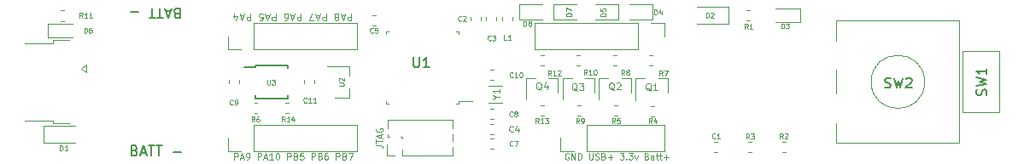
<source format=gbr>
G04 #@! TF.GenerationSoftware,KiCad,Pcbnew,(5.1.4-0-10_14)*
G04 #@! TF.CreationDate,2019-09-17T09:12:07-07:00*
G04 #@! TF.ProjectId,STM32L0xx_18650,53544d33-324c-4307-9878-5f3138363530,rev?*
G04 #@! TF.SameCoordinates,Original*
G04 #@! TF.FileFunction,Legend,Top*
G04 #@! TF.FilePolarity,Positive*
%FSLAX46Y46*%
G04 Gerber Fmt 4.6, Leading zero omitted, Abs format (unit mm)*
G04 Created by KiCad (PCBNEW (5.1.4-0-10_14)) date 2019-09-17 09:12:07*
%MOMM*%
%LPD*%
G04 APERTURE LIST*
%ADD10C,0.200000*%
%ADD11C,0.100000*%
%ADD12C,0.150000*%
%ADD13C,0.120000*%
G04 APERTURE END LIST*
D10*
X73319047Y-93171428D02*
X73176190Y-93123809D01*
X73128571Y-93076190D01*
X73080952Y-92980952D01*
X73080952Y-92838095D01*
X73128571Y-92742857D01*
X73176190Y-92695238D01*
X73271428Y-92647619D01*
X73652380Y-92647619D01*
X73652380Y-93647619D01*
X73319047Y-93647619D01*
X73223809Y-93600000D01*
X73176190Y-93552380D01*
X73128571Y-93457142D01*
X73128571Y-93361904D01*
X73176190Y-93266666D01*
X73223809Y-93219047D01*
X73319047Y-93171428D01*
X73652380Y-93171428D01*
X72700000Y-92933333D02*
X72223809Y-92933333D01*
X72795238Y-92647619D02*
X72461904Y-93647619D01*
X72128571Y-92647619D01*
X71938095Y-93647619D02*
X71366666Y-93647619D01*
X71652380Y-92647619D02*
X71652380Y-93647619D01*
X71176190Y-93647619D02*
X70604761Y-93647619D01*
X70890476Y-92647619D02*
X70890476Y-93647619D01*
X69509523Y-93028571D02*
X68747619Y-93028571D01*
X69130952Y-106828571D02*
X69273809Y-106876190D01*
X69321428Y-106923809D01*
X69369047Y-107019047D01*
X69369047Y-107161904D01*
X69321428Y-107257142D01*
X69273809Y-107304761D01*
X69178571Y-107352380D01*
X68797619Y-107352380D01*
X68797619Y-106352380D01*
X69130952Y-106352380D01*
X69226190Y-106400000D01*
X69273809Y-106447619D01*
X69321428Y-106542857D01*
X69321428Y-106638095D01*
X69273809Y-106733333D01*
X69226190Y-106780952D01*
X69130952Y-106828571D01*
X68797619Y-106828571D01*
X69750000Y-107066666D02*
X70226190Y-107066666D01*
X69654761Y-107352380D02*
X69988095Y-106352380D01*
X70321428Y-107352380D01*
X70511904Y-106352380D02*
X71083333Y-106352380D01*
X70797619Y-107352380D02*
X70797619Y-106352380D01*
X71273809Y-106352380D02*
X71845238Y-106352380D01*
X71559523Y-107352380D02*
X71559523Y-106352380D01*
X72940476Y-106971428D02*
X73702380Y-106971428D01*
D11*
X112152380Y-107140000D02*
X112093333Y-107110476D01*
X112004761Y-107110476D01*
X111916190Y-107140000D01*
X111857142Y-107199047D01*
X111827619Y-107258095D01*
X111798095Y-107376190D01*
X111798095Y-107464761D01*
X111827619Y-107582857D01*
X111857142Y-107641904D01*
X111916190Y-107700952D01*
X112004761Y-107730476D01*
X112063809Y-107730476D01*
X112152380Y-107700952D01*
X112181904Y-107671428D01*
X112181904Y-107464761D01*
X112063809Y-107464761D01*
X112447619Y-107730476D02*
X112447619Y-107110476D01*
X112801904Y-107730476D01*
X112801904Y-107110476D01*
X113097142Y-107730476D02*
X113097142Y-107110476D01*
X113244761Y-107110476D01*
X113333333Y-107140000D01*
X113392380Y-107199047D01*
X113421904Y-107258095D01*
X113451428Y-107376190D01*
X113451428Y-107464761D01*
X113421904Y-107582857D01*
X113392380Y-107641904D01*
X113333333Y-107700952D01*
X113244761Y-107730476D01*
X113097142Y-107730476D01*
X114189523Y-107110476D02*
X114189523Y-107612380D01*
X114219047Y-107671428D01*
X114248571Y-107700952D01*
X114307619Y-107730476D01*
X114425714Y-107730476D01*
X114484761Y-107700952D01*
X114514285Y-107671428D01*
X114543809Y-107612380D01*
X114543809Y-107110476D01*
X114809523Y-107700952D02*
X114898095Y-107730476D01*
X115045714Y-107730476D01*
X115104761Y-107700952D01*
X115134285Y-107671428D01*
X115163809Y-107612380D01*
X115163809Y-107553333D01*
X115134285Y-107494285D01*
X115104761Y-107464761D01*
X115045714Y-107435238D01*
X114927619Y-107405714D01*
X114868571Y-107376190D01*
X114839047Y-107346666D01*
X114809523Y-107287619D01*
X114809523Y-107228571D01*
X114839047Y-107169523D01*
X114868571Y-107140000D01*
X114927619Y-107110476D01*
X115075238Y-107110476D01*
X115163809Y-107140000D01*
X115636190Y-107405714D02*
X115724761Y-107435238D01*
X115754285Y-107464761D01*
X115783809Y-107523809D01*
X115783809Y-107612380D01*
X115754285Y-107671428D01*
X115724761Y-107700952D01*
X115665714Y-107730476D01*
X115429523Y-107730476D01*
X115429523Y-107110476D01*
X115636190Y-107110476D01*
X115695238Y-107140000D01*
X115724761Y-107169523D01*
X115754285Y-107228571D01*
X115754285Y-107287619D01*
X115724761Y-107346666D01*
X115695238Y-107376190D01*
X115636190Y-107405714D01*
X115429523Y-107405714D01*
X116049523Y-107494285D02*
X116521904Y-107494285D01*
X116285714Y-107730476D02*
X116285714Y-107258095D01*
X117230476Y-107110476D02*
X117614285Y-107110476D01*
X117407619Y-107346666D01*
X117496190Y-107346666D01*
X117555238Y-107376190D01*
X117584761Y-107405714D01*
X117614285Y-107464761D01*
X117614285Y-107612380D01*
X117584761Y-107671428D01*
X117555238Y-107700952D01*
X117496190Y-107730476D01*
X117319047Y-107730476D01*
X117260000Y-107700952D01*
X117230476Y-107671428D01*
X117880000Y-107671428D02*
X117909523Y-107700952D01*
X117880000Y-107730476D01*
X117850476Y-107700952D01*
X117880000Y-107671428D01*
X117880000Y-107730476D01*
X118116190Y-107110476D02*
X118500000Y-107110476D01*
X118293333Y-107346666D01*
X118381904Y-107346666D01*
X118440952Y-107376190D01*
X118470476Y-107405714D01*
X118500000Y-107464761D01*
X118500000Y-107612380D01*
X118470476Y-107671428D01*
X118440952Y-107700952D01*
X118381904Y-107730476D01*
X118204761Y-107730476D01*
X118145714Y-107700952D01*
X118116190Y-107671428D01*
X118706666Y-107317142D02*
X118854285Y-107730476D01*
X119001904Y-107317142D01*
X119917142Y-107405714D02*
X120005714Y-107435238D01*
X120035238Y-107464761D01*
X120064761Y-107523809D01*
X120064761Y-107612380D01*
X120035238Y-107671428D01*
X120005714Y-107700952D01*
X119946666Y-107730476D01*
X119710476Y-107730476D01*
X119710476Y-107110476D01*
X119917142Y-107110476D01*
X119976190Y-107140000D01*
X120005714Y-107169523D01*
X120035238Y-107228571D01*
X120035238Y-107287619D01*
X120005714Y-107346666D01*
X119976190Y-107376190D01*
X119917142Y-107405714D01*
X119710476Y-107405714D01*
X120596190Y-107730476D02*
X120596190Y-107405714D01*
X120566666Y-107346666D01*
X120507619Y-107317142D01*
X120389523Y-107317142D01*
X120330476Y-107346666D01*
X120596190Y-107700952D02*
X120537142Y-107730476D01*
X120389523Y-107730476D01*
X120330476Y-107700952D01*
X120300952Y-107641904D01*
X120300952Y-107582857D01*
X120330476Y-107523809D01*
X120389523Y-107494285D01*
X120537142Y-107494285D01*
X120596190Y-107464761D01*
X120802857Y-107317142D02*
X121039047Y-107317142D01*
X120891428Y-107110476D02*
X120891428Y-107641904D01*
X120920952Y-107700952D01*
X120980000Y-107730476D01*
X121039047Y-107730476D01*
X121157142Y-107317142D02*
X121393333Y-107317142D01*
X121245714Y-107110476D02*
X121245714Y-107641904D01*
X121275238Y-107700952D01*
X121334285Y-107730476D01*
X121393333Y-107730476D01*
X121600000Y-107494285D02*
X122072380Y-107494285D01*
X121836190Y-107730476D02*
X121836190Y-107258095D01*
X90616666Y-93205952D02*
X90616666Y-93855952D01*
X90350000Y-93855952D01*
X90283333Y-93825000D01*
X90250000Y-93794047D01*
X90216666Y-93732142D01*
X90216666Y-93639285D01*
X90250000Y-93577380D01*
X90283333Y-93546428D01*
X90350000Y-93515476D01*
X90616666Y-93515476D01*
X89950000Y-93391666D02*
X89616666Y-93391666D01*
X90016666Y-93205952D02*
X89783333Y-93855952D01*
X89550000Y-93205952D01*
X89216666Y-93577380D02*
X89283333Y-93608333D01*
X89316666Y-93639285D01*
X89350000Y-93701190D01*
X89350000Y-93732142D01*
X89316666Y-93794047D01*
X89283333Y-93825000D01*
X89216666Y-93855952D01*
X89083333Y-93855952D01*
X89016666Y-93825000D01*
X88983333Y-93794047D01*
X88950000Y-93732142D01*
X88950000Y-93701190D01*
X88983333Y-93639285D01*
X89016666Y-93608333D01*
X89083333Y-93577380D01*
X89216666Y-93577380D01*
X89283333Y-93546428D01*
X89316666Y-93515476D01*
X89350000Y-93453571D01*
X89350000Y-93329761D01*
X89316666Y-93267857D01*
X89283333Y-93236904D01*
X89216666Y-93205952D01*
X89083333Y-93205952D01*
X89016666Y-93236904D01*
X88983333Y-93267857D01*
X88950000Y-93329761D01*
X88950000Y-93453571D01*
X88983333Y-93515476D01*
X89016666Y-93546428D01*
X89083333Y-93577380D01*
X88116666Y-93205952D02*
X88116666Y-93855952D01*
X87850000Y-93855952D01*
X87783333Y-93825000D01*
X87750000Y-93794047D01*
X87716666Y-93732142D01*
X87716666Y-93639285D01*
X87750000Y-93577380D01*
X87783333Y-93546428D01*
X87850000Y-93515476D01*
X88116666Y-93515476D01*
X87450000Y-93391666D02*
X87116666Y-93391666D01*
X87516666Y-93205952D02*
X87283333Y-93855952D01*
X87050000Y-93205952D01*
X86883333Y-93855952D02*
X86416666Y-93855952D01*
X86716666Y-93205952D01*
X85616666Y-93205952D02*
X85616666Y-93855952D01*
X85350000Y-93855952D01*
X85283333Y-93825000D01*
X85250000Y-93794047D01*
X85216666Y-93732142D01*
X85216666Y-93639285D01*
X85250000Y-93577380D01*
X85283333Y-93546428D01*
X85350000Y-93515476D01*
X85616666Y-93515476D01*
X84950000Y-93391666D02*
X84616666Y-93391666D01*
X85016666Y-93205952D02*
X84783333Y-93855952D01*
X84550000Y-93205952D01*
X84016666Y-93855952D02*
X84150000Y-93855952D01*
X84216666Y-93825000D01*
X84250000Y-93794047D01*
X84316666Y-93701190D01*
X84350000Y-93577380D01*
X84350000Y-93329761D01*
X84316666Y-93267857D01*
X84283333Y-93236904D01*
X84216666Y-93205952D01*
X84083333Y-93205952D01*
X84016666Y-93236904D01*
X83983333Y-93267857D01*
X83950000Y-93329761D01*
X83950000Y-93484523D01*
X83983333Y-93546428D01*
X84016666Y-93577380D01*
X84083333Y-93608333D01*
X84216666Y-93608333D01*
X84283333Y-93577380D01*
X84316666Y-93546428D01*
X84350000Y-93484523D01*
X83116666Y-93205952D02*
X83116666Y-93855952D01*
X82850000Y-93855952D01*
X82783333Y-93825000D01*
X82750000Y-93794047D01*
X82716666Y-93732142D01*
X82716666Y-93639285D01*
X82750000Y-93577380D01*
X82783333Y-93546428D01*
X82850000Y-93515476D01*
X83116666Y-93515476D01*
X82450000Y-93391666D02*
X82116666Y-93391666D01*
X82516666Y-93205952D02*
X82283333Y-93855952D01*
X82050000Y-93205952D01*
X81483333Y-93855952D02*
X81816666Y-93855952D01*
X81850000Y-93546428D01*
X81816666Y-93577380D01*
X81750000Y-93608333D01*
X81583333Y-93608333D01*
X81516666Y-93577380D01*
X81483333Y-93546428D01*
X81450000Y-93484523D01*
X81450000Y-93329761D01*
X81483333Y-93267857D01*
X81516666Y-93236904D01*
X81583333Y-93205952D01*
X81750000Y-93205952D01*
X81816666Y-93236904D01*
X81850000Y-93267857D01*
X80616666Y-93205952D02*
X80616666Y-93855952D01*
X80350000Y-93855952D01*
X80283333Y-93825000D01*
X80250000Y-93794047D01*
X80216666Y-93732142D01*
X80216666Y-93639285D01*
X80250000Y-93577380D01*
X80283333Y-93546428D01*
X80350000Y-93515476D01*
X80616666Y-93515476D01*
X79950000Y-93391666D02*
X79616666Y-93391666D01*
X80016666Y-93205952D02*
X79783333Y-93855952D01*
X79550000Y-93205952D01*
X79016666Y-93639285D02*
X79016666Y-93205952D01*
X79183333Y-93886904D02*
X79350000Y-93422619D01*
X78916666Y-93422619D01*
X79000000Y-107744047D02*
X79000000Y-107094047D01*
X79247619Y-107094047D01*
X79309523Y-107125000D01*
X79340476Y-107155952D01*
X79371428Y-107217857D01*
X79371428Y-107310714D01*
X79340476Y-107372619D01*
X79309523Y-107403571D01*
X79247619Y-107434523D01*
X79000000Y-107434523D01*
X79619047Y-107558333D02*
X79928571Y-107558333D01*
X79557142Y-107744047D02*
X79773809Y-107094047D01*
X79990476Y-107744047D01*
X80238095Y-107744047D02*
X80361904Y-107744047D01*
X80423809Y-107713095D01*
X80454761Y-107682142D01*
X80516666Y-107589285D01*
X80547619Y-107465476D01*
X80547619Y-107217857D01*
X80516666Y-107155952D01*
X80485714Y-107125000D01*
X80423809Y-107094047D01*
X80300000Y-107094047D01*
X80238095Y-107125000D01*
X80207142Y-107155952D01*
X80176190Y-107217857D01*
X80176190Y-107372619D01*
X80207142Y-107434523D01*
X80238095Y-107465476D01*
X80300000Y-107496428D01*
X80423809Y-107496428D01*
X80485714Y-107465476D01*
X80516666Y-107434523D01*
X80547619Y-107372619D01*
X81321428Y-107744047D02*
X81321428Y-107094047D01*
X81569047Y-107094047D01*
X81630952Y-107125000D01*
X81661904Y-107155952D01*
X81692857Y-107217857D01*
X81692857Y-107310714D01*
X81661904Y-107372619D01*
X81630952Y-107403571D01*
X81569047Y-107434523D01*
X81321428Y-107434523D01*
X81940476Y-107558333D02*
X82250000Y-107558333D01*
X81878571Y-107744047D02*
X82095238Y-107094047D01*
X82311904Y-107744047D01*
X82869047Y-107744047D02*
X82497619Y-107744047D01*
X82683333Y-107744047D02*
X82683333Y-107094047D01*
X82621428Y-107186904D01*
X82559523Y-107248809D01*
X82497619Y-107279761D01*
X83271428Y-107094047D02*
X83333333Y-107094047D01*
X83395238Y-107125000D01*
X83426190Y-107155952D01*
X83457142Y-107217857D01*
X83488095Y-107341666D01*
X83488095Y-107496428D01*
X83457142Y-107620238D01*
X83426190Y-107682142D01*
X83395238Y-107713095D01*
X83333333Y-107744047D01*
X83271428Y-107744047D01*
X83209523Y-107713095D01*
X83178571Y-107682142D01*
X83147619Y-107620238D01*
X83116666Y-107496428D01*
X83116666Y-107341666D01*
X83147619Y-107217857D01*
X83178571Y-107155952D01*
X83209523Y-107125000D01*
X83271428Y-107094047D01*
X84261904Y-107744047D02*
X84261904Y-107094047D01*
X84509523Y-107094047D01*
X84571428Y-107125000D01*
X84602380Y-107155952D01*
X84633333Y-107217857D01*
X84633333Y-107310714D01*
X84602380Y-107372619D01*
X84571428Y-107403571D01*
X84509523Y-107434523D01*
X84261904Y-107434523D01*
X85128571Y-107403571D02*
X85221428Y-107434523D01*
X85252380Y-107465476D01*
X85283333Y-107527380D01*
X85283333Y-107620238D01*
X85252380Y-107682142D01*
X85221428Y-107713095D01*
X85159523Y-107744047D01*
X84911904Y-107744047D01*
X84911904Y-107094047D01*
X85128571Y-107094047D01*
X85190476Y-107125000D01*
X85221428Y-107155952D01*
X85252380Y-107217857D01*
X85252380Y-107279761D01*
X85221428Y-107341666D01*
X85190476Y-107372619D01*
X85128571Y-107403571D01*
X84911904Y-107403571D01*
X85871428Y-107094047D02*
X85561904Y-107094047D01*
X85530952Y-107403571D01*
X85561904Y-107372619D01*
X85623809Y-107341666D01*
X85778571Y-107341666D01*
X85840476Y-107372619D01*
X85871428Y-107403571D01*
X85902380Y-107465476D01*
X85902380Y-107620238D01*
X85871428Y-107682142D01*
X85840476Y-107713095D01*
X85778571Y-107744047D01*
X85623809Y-107744047D01*
X85561904Y-107713095D01*
X85530952Y-107682142D01*
X86676190Y-107744047D02*
X86676190Y-107094047D01*
X86923809Y-107094047D01*
X86985714Y-107125000D01*
X87016666Y-107155952D01*
X87047619Y-107217857D01*
X87047619Y-107310714D01*
X87016666Y-107372619D01*
X86985714Y-107403571D01*
X86923809Y-107434523D01*
X86676190Y-107434523D01*
X87542857Y-107403571D02*
X87635714Y-107434523D01*
X87666666Y-107465476D01*
X87697619Y-107527380D01*
X87697619Y-107620238D01*
X87666666Y-107682142D01*
X87635714Y-107713095D01*
X87573809Y-107744047D01*
X87326190Y-107744047D01*
X87326190Y-107094047D01*
X87542857Y-107094047D01*
X87604761Y-107125000D01*
X87635714Y-107155952D01*
X87666666Y-107217857D01*
X87666666Y-107279761D01*
X87635714Y-107341666D01*
X87604761Y-107372619D01*
X87542857Y-107403571D01*
X87326190Y-107403571D01*
X88254761Y-107094047D02*
X88130952Y-107094047D01*
X88069047Y-107125000D01*
X88038095Y-107155952D01*
X87976190Y-107248809D01*
X87945238Y-107372619D01*
X87945238Y-107620238D01*
X87976190Y-107682142D01*
X88007142Y-107713095D01*
X88069047Y-107744047D01*
X88192857Y-107744047D01*
X88254761Y-107713095D01*
X88285714Y-107682142D01*
X88316666Y-107620238D01*
X88316666Y-107465476D01*
X88285714Y-107403571D01*
X88254761Y-107372619D01*
X88192857Y-107341666D01*
X88069047Y-107341666D01*
X88007142Y-107372619D01*
X87976190Y-107403571D01*
X87945238Y-107465476D01*
X89090476Y-107744047D02*
X89090476Y-107094047D01*
X89338095Y-107094047D01*
X89400000Y-107125000D01*
X89430952Y-107155952D01*
X89461904Y-107217857D01*
X89461904Y-107310714D01*
X89430952Y-107372619D01*
X89400000Y-107403571D01*
X89338095Y-107434523D01*
X89090476Y-107434523D01*
X89957142Y-107403571D02*
X90050000Y-107434523D01*
X90080952Y-107465476D01*
X90111904Y-107527380D01*
X90111904Y-107620238D01*
X90080952Y-107682142D01*
X90050000Y-107713095D01*
X89988095Y-107744047D01*
X89740476Y-107744047D01*
X89740476Y-107094047D01*
X89957142Y-107094047D01*
X90019047Y-107125000D01*
X90050000Y-107155952D01*
X90080952Y-107217857D01*
X90080952Y-107279761D01*
X90050000Y-107341666D01*
X90019047Y-107372619D01*
X89957142Y-107403571D01*
X89740476Y-107403571D01*
X90328571Y-107094047D02*
X90761904Y-107094047D01*
X90483333Y-107744047D01*
X93069047Y-106333333D02*
X93533333Y-106333333D01*
X93626190Y-106364285D01*
X93688095Y-106426190D01*
X93719047Y-106519047D01*
X93719047Y-106580952D01*
X93069047Y-106116666D02*
X93069047Y-105745238D01*
X93719047Y-105930952D02*
X93069047Y-105930952D01*
X93533333Y-105559523D02*
X93533333Y-105250000D01*
X93719047Y-105621428D02*
X93069047Y-105404761D01*
X93719047Y-105188095D01*
X93100000Y-104630952D02*
X93069047Y-104692857D01*
X93069047Y-104785714D01*
X93100000Y-104878571D01*
X93161904Y-104940476D01*
X93223809Y-104971428D01*
X93347619Y-105002380D01*
X93440476Y-105002380D01*
X93564285Y-104971428D01*
X93626190Y-104940476D01*
X93688095Y-104878571D01*
X93719047Y-104785714D01*
X93719047Y-104723809D01*
X93688095Y-104630952D01*
X93657142Y-104600000D01*
X93440476Y-104600000D01*
X93440476Y-104723809D01*
D12*
X81075000Y-98550000D02*
X80000000Y-98550000D01*
X81075000Y-101625000D02*
X84325000Y-101625000D01*
X81075000Y-98375000D02*
X84325000Y-98375000D01*
X81075000Y-101625000D02*
X81075000Y-101350000D01*
X84325000Y-101625000D02*
X84325000Y-101350000D01*
X84325000Y-98375000D02*
X84325000Y-98650000D01*
X81075000Y-98375000D02*
X81075000Y-98550000D01*
D13*
X86960000Y-99837221D02*
X86960000Y-100162779D01*
X85940000Y-99837221D02*
X85940000Y-100162779D01*
X81312779Y-102090000D02*
X80987221Y-102090000D01*
X81312779Y-103110000D02*
X80987221Y-103110000D01*
X63865000Y-98675000D02*
X64315000Y-98275000D01*
X64315000Y-98275000D02*
X64315000Y-99075000D01*
X64315000Y-99075000D02*
X63865000Y-98675000D01*
X58265000Y-103825000D02*
X61065000Y-103825000D01*
X61065000Y-103825000D02*
X61065000Y-104125000D01*
X61065000Y-104125000D02*
X62615000Y-104125000D01*
X58265000Y-96125000D02*
X61065000Y-96125000D01*
X61065000Y-95825000D02*
X61065000Y-96125000D01*
X61065000Y-95825000D02*
X62615000Y-95825000D01*
X138700000Y-98810000D02*
X138700000Y-101190000D01*
X138700000Y-106100000D02*
X138700000Y-104110000D01*
X150900000Y-106100000D02*
X138700000Y-106100000D01*
X150900000Y-93900000D02*
X150900000Y-106100000D01*
X138700000Y-93900000D02*
X150900000Y-93900000D01*
X138700000Y-95890000D02*
X138700000Y-93900000D01*
X147450000Y-100000000D02*
G75*
G03X147450000Y-100000000I-2650000J0D01*
G01*
X151240000Y-96940000D02*
X154860000Y-96940000D01*
X151240000Y-103060000D02*
X151240000Y-96940000D01*
X154860000Y-103060000D02*
X151240000Y-103060000D01*
X154860000Y-96940000D02*
X154860000Y-103060000D01*
X101260000Y-101885000D02*
X102575000Y-101885000D01*
X101260000Y-102185000D02*
X101260000Y-101885000D01*
X100960000Y-102185000D02*
X101260000Y-102185000D01*
X94040000Y-102185000D02*
X94040000Y-101885000D01*
X94340000Y-102185000D02*
X94040000Y-102185000D01*
X101260000Y-94965000D02*
X101260000Y-95265000D01*
X100960000Y-94965000D02*
X101260000Y-94965000D01*
X94040000Y-94965000D02*
X94040000Y-95265000D01*
X94340000Y-94965000D02*
X94040000Y-94965000D01*
X60100000Y-104400000D02*
X63250000Y-104400000D01*
X60100000Y-106100000D02*
X63250000Y-106100000D01*
X60100000Y-104400000D02*
X60100000Y-106100000D01*
X128000000Y-94200000D02*
X128000000Y-92500000D01*
X128000000Y-92500000D02*
X124850000Y-92500000D01*
X128000000Y-94200000D02*
X124850000Y-94200000D01*
X109560000Y-92305000D02*
X107275000Y-92305000D01*
X107275000Y-92305000D02*
X107275000Y-93775000D01*
X107275000Y-93775000D02*
X109560000Y-93775000D01*
X110675000Y-93775000D02*
X112960000Y-93775000D01*
X110675000Y-92305000D02*
X110675000Y-93775000D01*
X112960000Y-92305000D02*
X110675000Y-92305000D01*
X114760000Y-93775000D02*
X117045000Y-93775000D01*
X117045000Y-93775000D02*
X117045000Y-92305000D01*
X117045000Y-92305000D02*
X114760000Y-92305000D01*
X118200000Y-93775000D02*
X120485000Y-93775000D01*
X120485000Y-93775000D02*
X120485000Y-92305000D01*
X120485000Y-92305000D02*
X118200000Y-92305000D01*
X79460000Y-99828733D02*
X79460000Y-100171267D01*
X78440000Y-99828733D02*
X78440000Y-100171267D01*
X100700000Y-107330000D02*
X100700000Y-106507530D01*
X100700000Y-104622470D02*
X100700000Y-103800000D01*
X100700000Y-105892470D02*
X100700000Y-105237530D01*
X95685000Y-107330000D02*
X100700000Y-107330000D01*
X94230000Y-103800000D02*
X100700000Y-103800000D01*
X95685000Y-107330000D02*
X95685000Y-106763471D01*
X95685000Y-105636529D02*
X95685000Y-105493471D01*
X95631529Y-105440000D02*
X95488471Y-105440000D01*
X94361529Y-105440000D02*
X94230000Y-105440000D01*
X94230000Y-105440000D02*
X94230000Y-105237530D01*
X94230000Y-104622470D02*
X94230000Y-103800000D01*
X94925000Y-107330000D02*
X94165000Y-107330000D01*
X94165000Y-107330000D02*
X94165000Y-106200000D01*
X106560000Y-93862779D02*
X106560000Y-93537221D01*
X105540000Y-93862779D02*
X105540000Y-93537221D01*
X130137779Y-92865000D02*
X129812221Y-92865000D01*
X130137779Y-93885000D02*
X129812221Y-93885000D01*
X133337221Y-107035000D02*
X133662779Y-107035000D01*
X133337221Y-106015000D02*
X133662779Y-106015000D01*
X130287779Y-106015000D02*
X129962221Y-106015000D01*
X130287779Y-107035000D02*
X129962221Y-107035000D01*
X120312221Y-103410000D02*
X120637779Y-103410000D01*
X120312221Y-102390000D02*
X120637779Y-102390000D01*
X116687221Y-103385000D02*
X117012779Y-103385000D01*
X116687221Y-102365000D02*
X117012779Y-102365000D01*
X84037221Y-103110000D02*
X84362779Y-103110000D01*
X84037221Y-102090000D02*
X84362779Y-102090000D01*
X120487779Y-97365000D02*
X120162221Y-97365000D01*
X120487779Y-98385000D02*
X120162221Y-98385000D01*
X116887779Y-97365000D02*
X116562221Y-97365000D01*
X116887779Y-98385000D02*
X116562221Y-98385000D01*
X113062221Y-103385000D02*
X113387779Y-103385000D01*
X113062221Y-102365000D02*
X113387779Y-102365000D01*
X112962221Y-98385000D02*
X113287779Y-98385000D01*
X112962221Y-97365000D02*
X113287779Y-97365000D01*
X109387221Y-98385000D02*
X109712779Y-98385000D01*
X109387221Y-97365000D02*
X109712779Y-97365000D01*
X109362221Y-103385000D02*
X109687779Y-103385000D01*
X109362221Y-102365000D02*
X109687779Y-102365000D01*
X126912779Y-106015000D02*
X126587221Y-106015000D01*
X126912779Y-107035000D02*
X126587221Y-107035000D01*
X103460000Y-93862779D02*
X103460000Y-93537221D01*
X102440000Y-93862779D02*
X102440000Y-93537221D01*
X105010000Y-93862779D02*
X105010000Y-93537221D01*
X103990000Y-93862779D02*
X103990000Y-93537221D01*
X104387221Y-105185000D02*
X104712779Y-105185000D01*
X104387221Y-104165000D02*
X104712779Y-104165000D01*
X92687221Y-93340000D02*
X93012779Y-93340000D01*
X92687221Y-94360000D02*
X93012779Y-94360000D01*
X104387221Y-105665000D02*
X104712779Y-105665000D01*
X104387221Y-106685000D02*
X104712779Y-106685000D01*
X104387221Y-103685000D02*
X104712779Y-103685000D01*
X104387221Y-102665000D02*
X104712779Y-102665000D01*
X104387221Y-99835000D02*
X104712779Y-99835000D01*
X104387221Y-98815000D02*
X104712779Y-98815000D01*
X62162779Y-93920000D02*
X61837221Y-93920000D01*
X62162779Y-92900000D02*
X61837221Y-92900000D01*
X105575000Y-100375000D02*
X104225000Y-100375000D01*
X105575000Y-102125000D02*
X104225000Y-102125000D01*
X91190000Y-106930000D02*
X91190000Y-104270000D01*
X80970000Y-106930000D02*
X91190000Y-106930000D01*
X80970000Y-104270000D02*
X91190000Y-104270000D01*
X80970000Y-106930000D02*
X80970000Y-104270000D01*
X79700000Y-106930000D02*
X78370000Y-106930000D01*
X78370000Y-106930000D02*
X78370000Y-105600000D01*
X60540000Y-95610000D02*
X63025000Y-95610000D01*
X60540000Y-94240000D02*
X60540000Y-95610000D01*
X63025000Y-94240000D02*
X60540000Y-94240000D01*
X121980000Y-99640000D02*
X121980000Y-101100000D01*
X118820000Y-99640000D02*
X118820000Y-101800000D01*
X118820000Y-99640000D02*
X119750000Y-99640000D01*
X121980000Y-99640000D02*
X121050000Y-99640000D01*
X114705000Y-99615000D02*
X113775000Y-99615000D01*
X111545000Y-99615000D02*
X112475000Y-99615000D01*
X111545000Y-99615000D02*
X111545000Y-101775000D01*
X114705000Y-99615000D02*
X114705000Y-101075000D01*
X121650000Y-106930000D02*
X121650000Y-104270000D01*
X113970000Y-106930000D02*
X121650000Y-106930000D01*
X113970000Y-104270000D02*
X121650000Y-104270000D01*
X113970000Y-106930000D02*
X113970000Y-104270000D01*
X112700000Y-106930000D02*
X111370000Y-106930000D01*
X111370000Y-106930000D02*
X111370000Y-105600000D01*
X111080000Y-99615000D02*
X111080000Y-101075000D01*
X107920000Y-99615000D02*
X107920000Y-101775000D01*
X107920000Y-99615000D02*
X108850000Y-99615000D01*
X111080000Y-99615000D02*
X110150000Y-99615000D01*
X135160000Y-92690000D02*
X132675000Y-92690000D01*
X135160000Y-94060000D02*
X135160000Y-92690000D01*
X132675000Y-94060000D02*
X135160000Y-94060000D01*
X90410000Y-101580000D02*
X88950000Y-101580000D01*
X90410000Y-98420000D02*
X88250000Y-98420000D01*
X90410000Y-98420000D02*
X90410000Y-99350000D01*
X90410000Y-101580000D02*
X90410000Y-100650000D01*
X118330000Y-99615000D02*
X117400000Y-99615000D01*
X115170000Y-99615000D02*
X116100000Y-99615000D01*
X115170000Y-99615000D02*
X115170000Y-101775000D01*
X118330000Y-99615000D02*
X118330000Y-101075000D01*
X108810000Y-94120000D02*
X108810000Y-96780000D01*
X119030000Y-94120000D02*
X108810000Y-94120000D01*
X119030000Y-96780000D02*
X108810000Y-96780000D01*
X119030000Y-94120000D02*
X119030000Y-96780000D01*
X120300000Y-94120000D02*
X121630000Y-94120000D01*
X121630000Y-94120000D02*
X121630000Y-95450000D01*
X91190000Y-96780000D02*
X91190000Y-94120000D01*
X80970000Y-96780000D02*
X91190000Y-96780000D01*
X80970000Y-94120000D02*
X91190000Y-94120000D01*
X80970000Y-96780000D02*
X80970000Y-94120000D01*
X79700000Y-96780000D02*
X78370000Y-96780000D01*
X78370000Y-96780000D02*
X78370000Y-95450000D01*
D11*
X82269047Y-99776190D02*
X82269047Y-100180952D01*
X82292857Y-100228571D01*
X82316666Y-100252380D01*
X82364285Y-100276190D01*
X82459523Y-100276190D01*
X82507142Y-100252380D01*
X82530952Y-100228571D01*
X82554761Y-100180952D01*
X82554761Y-99776190D01*
X82745238Y-99776190D02*
X83054761Y-99776190D01*
X82888095Y-99966666D01*
X82959523Y-99966666D01*
X83007142Y-99990476D01*
X83030952Y-100014285D01*
X83054761Y-100061904D01*
X83054761Y-100180952D01*
X83030952Y-100228571D01*
X83007142Y-100252380D01*
X82959523Y-100276190D01*
X82816666Y-100276190D01*
X82769047Y-100252380D01*
X82745238Y-100228571D01*
X86178571Y-102028571D02*
X86154761Y-102052380D01*
X86083333Y-102076190D01*
X86035714Y-102076190D01*
X85964285Y-102052380D01*
X85916666Y-102004761D01*
X85892857Y-101957142D01*
X85869047Y-101861904D01*
X85869047Y-101790476D01*
X85892857Y-101695238D01*
X85916666Y-101647619D01*
X85964285Y-101600000D01*
X86035714Y-101576190D01*
X86083333Y-101576190D01*
X86154761Y-101600000D01*
X86178571Y-101623809D01*
X86654761Y-102076190D02*
X86369047Y-102076190D01*
X86511904Y-102076190D02*
X86511904Y-101576190D01*
X86464285Y-101647619D01*
X86416666Y-101695238D01*
X86369047Y-101719047D01*
X87130952Y-102076190D02*
X86845238Y-102076190D01*
X86988095Y-102076190D02*
X86988095Y-101576190D01*
X86940476Y-101647619D01*
X86892857Y-101695238D01*
X86845238Y-101719047D01*
X84028571Y-103976190D02*
X83861904Y-103738095D01*
X83742857Y-103976190D02*
X83742857Y-103476190D01*
X83933333Y-103476190D01*
X83980952Y-103500000D01*
X84004761Y-103523809D01*
X84028571Y-103571428D01*
X84028571Y-103642857D01*
X84004761Y-103690476D01*
X83980952Y-103714285D01*
X83933333Y-103738095D01*
X83742857Y-103738095D01*
X84504761Y-103976190D02*
X84219047Y-103976190D01*
X84361904Y-103976190D02*
X84361904Y-103476190D01*
X84314285Y-103547619D01*
X84266666Y-103595238D01*
X84219047Y-103619047D01*
X84933333Y-103642857D02*
X84933333Y-103976190D01*
X84814285Y-103452380D02*
X84695238Y-103809523D01*
X85004761Y-103809523D01*
D12*
X143516666Y-100554761D02*
X143659523Y-100602380D01*
X143897619Y-100602380D01*
X143992857Y-100554761D01*
X144040476Y-100507142D01*
X144088095Y-100411904D01*
X144088095Y-100316666D01*
X144040476Y-100221428D01*
X143992857Y-100173809D01*
X143897619Y-100126190D01*
X143707142Y-100078571D01*
X143611904Y-100030952D01*
X143564285Y-99983333D01*
X143516666Y-99888095D01*
X143516666Y-99792857D01*
X143564285Y-99697619D01*
X143611904Y-99650000D01*
X143707142Y-99602380D01*
X143945238Y-99602380D01*
X144088095Y-99650000D01*
X144421428Y-99602380D02*
X144659523Y-100602380D01*
X144850000Y-99888095D01*
X145040476Y-100602380D01*
X145278571Y-99602380D01*
X145611904Y-99697619D02*
X145659523Y-99650000D01*
X145754761Y-99602380D01*
X145992857Y-99602380D01*
X146088095Y-99650000D01*
X146135714Y-99697619D01*
X146183333Y-99792857D01*
X146183333Y-99888095D01*
X146135714Y-100030952D01*
X145564285Y-100602380D01*
X146183333Y-100602380D01*
X153554761Y-101333333D02*
X153602380Y-101190476D01*
X153602380Y-100952380D01*
X153554761Y-100857142D01*
X153507142Y-100809523D01*
X153411904Y-100761904D01*
X153316666Y-100761904D01*
X153221428Y-100809523D01*
X153173809Y-100857142D01*
X153126190Y-100952380D01*
X153078571Y-101142857D01*
X153030952Y-101238095D01*
X152983333Y-101285714D01*
X152888095Y-101333333D01*
X152792857Y-101333333D01*
X152697619Y-101285714D01*
X152650000Y-101238095D01*
X152602380Y-101142857D01*
X152602380Y-100904761D01*
X152650000Y-100761904D01*
X152602380Y-100428571D02*
X153602380Y-100190476D01*
X152888095Y-100000000D01*
X153602380Y-99809523D01*
X152602380Y-99571428D01*
X153602380Y-98666666D02*
X153602380Y-99238095D01*
X153602380Y-98952380D02*
X152602380Y-98952380D01*
X152745238Y-99047619D01*
X152840476Y-99142857D01*
X152888095Y-99238095D01*
X96788095Y-97552380D02*
X96788095Y-98361904D01*
X96835714Y-98457142D01*
X96883333Y-98504761D01*
X96978571Y-98552380D01*
X97169047Y-98552380D01*
X97264285Y-98504761D01*
X97311904Y-98457142D01*
X97359523Y-98361904D01*
X97359523Y-97552380D01*
X98359523Y-98552380D02*
X97788095Y-98552380D01*
X98073809Y-98552380D02*
X98073809Y-97552380D01*
X97978571Y-97695238D01*
X97883333Y-97790476D01*
X97788095Y-97838095D01*
D11*
X61730952Y-106851190D02*
X61730952Y-106351190D01*
X61850000Y-106351190D01*
X61921428Y-106375000D01*
X61969047Y-106422619D01*
X61992857Y-106470238D01*
X62016666Y-106565476D01*
X62016666Y-106636904D01*
X61992857Y-106732142D01*
X61969047Y-106779761D01*
X61921428Y-106827380D01*
X61850000Y-106851190D01*
X61730952Y-106851190D01*
X62492857Y-106851190D02*
X62207142Y-106851190D01*
X62350000Y-106851190D02*
X62350000Y-106351190D01*
X62302380Y-106422619D01*
X62254761Y-106470238D01*
X62207142Y-106494047D01*
X125780952Y-93601190D02*
X125780952Y-93101190D01*
X125900000Y-93101190D01*
X125971428Y-93125000D01*
X126019047Y-93172619D01*
X126042857Y-93220238D01*
X126066666Y-93315476D01*
X126066666Y-93386904D01*
X126042857Y-93482142D01*
X126019047Y-93529761D01*
X125971428Y-93577380D01*
X125900000Y-93601190D01*
X125780952Y-93601190D01*
X126257142Y-93148809D02*
X126280952Y-93125000D01*
X126328571Y-93101190D01*
X126447619Y-93101190D01*
X126495238Y-93125000D01*
X126519047Y-93148809D01*
X126542857Y-93196428D01*
X126542857Y-93244047D01*
X126519047Y-93315476D01*
X126233333Y-93601190D01*
X126542857Y-93601190D01*
X107680952Y-94426190D02*
X107680952Y-93926190D01*
X107800000Y-93926190D01*
X107871428Y-93950000D01*
X107919047Y-93997619D01*
X107942857Y-94045238D01*
X107966666Y-94140476D01*
X107966666Y-94211904D01*
X107942857Y-94307142D01*
X107919047Y-94354761D01*
X107871428Y-94402380D01*
X107800000Y-94426190D01*
X107680952Y-94426190D01*
X108252380Y-94140476D02*
X108204761Y-94116666D01*
X108180952Y-94092857D01*
X108157142Y-94045238D01*
X108157142Y-94021428D01*
X108180952Y-93973809D01*
X108204761Y-93950000D01*
X108252380Y-93926190D01*
X108347619Y-93926190D01*
X108395238Y-93950000D01*
X108419047Y-93973809D01*
X108442857Y-94021428D01*
X108442857Y-94045238D01*
X108419047Y-94092857D01*
X108395238Y-94116666D01*
X108347619Y-94140476D01*
X108252380Y-94140476D01*
X108204761Y-94164285D01*
X108180952Y-94188095D01*
X108157142Y-94235714D01*
X108157142Y-94330952D01*
X108180952Y-94378571D01*
X108204761Y-94402380D01*
X108252380Y-94426190D01*
X108347619Y-94426190D01*
X108395238Y-94402380D01*
X108419047Y-94378571D01*
X108442857Y-94330952D01*
X108442857Y-94235714D01*
X108419047Y-94188095D01*
X108395238Y-94164285D01*
X108347619Y-94140476D01*
X112426190Y-93419047D02*
X111926190Y-93419047D01*
X111926190Y-93300000D01*
X111950000Y-93228571D01*
X111997619Y-93180952D01*
X112045238Y-93157142D01*
X112140476Y-93133333D01*
X112211904Y-93133333D01*
X112307142Y-93157142D01*
X112354761Y-93180952D01*
X112402380Y-93228571D01*
X112426190Y-93300000D01*
X112426190Y-93419047D01*
X111926190Y-92966666D02*
X111926190Y-92633333D01*
X112426190Y-92847619D01*
X115826190Y-93419047D02*
X115326190Y-93419047D01*
X115326190Y-93300000D01*
X115350000Y-93228571D01*
X115397619Y-93180952D01*
X115445238Y-93157142D01*
X115540476Y-93133333D01*
X115611904Y-93133333D01*
X115707142Y-93157142D01*
X115754761Y-93180952D01*
X115802380Y-93228571D01*
X115826190Y-93300000D01*
X115826190Y-93419047D01*
X115326190Y-92680952D02*
X115326190Y-92919047D01*
X115564285Y-92942857D01*
X115540476Y-92919047D01*
X115516666Y-92871428D01*
X115516666Y-92752380D01*
X115540476Y-92704761D01*
X115564285Y-92680952D01*
X115611904Y-92657142D01*
X115730952Y-92657142D01*
X115778571Y-92680952D01*
X115802380Y-92704761D01*
X115826190Y-92752380D01*
X115826190Y-92871428D01*
X115802380Y-92919047D01*
X115778571Y-92942857D01*
X120655952Y-93301190D02*
X120655952Y-92801190D01*
X120775000Y-92801190D01*
X120846428Y-92825000D01*
X120894047Y-92872619D01*
X120917857Y-92920238D01*
X120941666Y-93015476D01*
X120941666Y-93086904D01*
X120917857Y-93182142D01*
X120894047Y-93229761D01*
X120846428Y-93277380D01*
X120775000Y-93301190D01*
X120655952Y-93301190D01*
X121370238Y-92967857D02*
X121370238Y-93301190D01*
X121251190Y-92777380D02*
X121132142Y-93134523D01*
X121441666Y-93134523D01*
X78866666Y-102228571D02*
X78842857Y-102252380D01*
X78771428Y-102276190D01*
X78723809Y-102276190D01*
X78652380Y-102252380D01*
X78604761Y-102204761D01*
X78580952Y-102157142D01*
X78557142Y-102061904D01*
X78557142Y-101990476D01*
X78580952Y-101895238D01*
X78604761Y-101847619D01*
X78652380Y-101800000D01*
X78723809Y-101776190D01*
X78771428Y-101776190D01*
X78842857Y-101800000D01*
X78866666Y-101823809D01*
X79104761Y-102276190D02*
X79200000Y-102276190D01*
X79247619Y-102252380D01*
X79271428Y-102228571D01*
X79319047Y-102157142D01*
X79342857Y-102061904D01*
X79342857Y-101871428D01*
X79319047Y-101823809D01*
X79295238Y-101800000D01*
X79247619Y-101776190D01*
X79152380Y-101776190D01*
X79104761Y-101800000D01*
X79080952Y-101823809D01*
X79057142Y-101871428D01*
X79057142Y-101990476D01*
X79080952Y-102038095D01*
X79104761Y-102061904D01*
X79152380Y-102085714D01*
X79247619Y-102085714D01*
X79295238Y-102061904D01*
X79319047Y-102038095D01*
X79342857Y-101990476D01*
X106016666Y-95851190D02*
X105778571Y-95851190D01*
X105778571Y-95351190D01*
X106445238Y-95851190D02*
X106159523Y-95851190D01*
X106302380Y-95851190D02*
X106302380Y-95351190D01*
X106254761Y-95422619D01*
X106207142Y-95470238D01*
X106159523Y-95494047D01*
X129916666Y-94726190D02*
X129750000Y-94488095D01*
X129630952Y-94726190D02*
X129630952Y-94226190D01*
X129821428Y-94226190D01*
X129869047Y-94250000D01*
X129892857Y-94273809D01*
X129916666Y-94321428D01*
X129916666Y-94392857D01*
X129892857Y-94440476D01*
X129869047Y-94464285D01*
X129821428Y-94488095D01*
X129630952Y-94488095D01*
X130392857Y-94726190D02*
X130107142Y-94726190D01*
X130250000Y-94726190D02*
X130250000Y-94226190D01*
X130202380Y-94297619D01*
X130154761Y-94345238D01*
X130107142Y-94369047D01*
X133391666Y-105626190D02*
X133225000Y-105388095D01*
X133105952Y-105626190D02*
X133105952Y-105126190D01*
X133296428Y-105126190D01*
X133344047Y-105150000D01*
X133367857Y-105173809D01*
X133391666Y-105221428D01*
X133391666Y-105292857D01*
X133367857Y-105340476D01*
X133344047Y-105364285D01*
X133296428Y-105388095D01*
X133105952Y-105388095D01*
X133582142Y-105173809D02*
X133605952Y-105150000D01*
X133653571Y-105126190D01*
X133772619Y-105126190D01*
X133820238Y-105150000D01*
X133844047Y-105173809D01*
X133867857Y-105221428D01*
X133867857Y-105269047D01*
X133844047Y-105340476D01*
X133558333Y-105626190D01*
X133867857Y-105626190D01*
X130066666Y-105676190D02*
X129900000Y-105438095D01*
X129780952Y-105676190D02*
X129780952Y-105176190D01*
X129971428Y-105176190D01*
X130019047Y-105200000D01*
X130042857Y-105223809D01*
X130066666Y-105271428D01*
X130066666Y-105342857D01*
X130042857Y-105390476D01*
X130019047Y-105414285D01*
X129971428Y-105438095D01*
X129780952Y-105438095D01*
X130233333Y-105176190D02*
X130542857Y-105176190D01*
X130376190Y-105366666D01*
X130447619Y-105366666D01*
X130495238Y-105390476D01*
X130519047Y-105414285D01*
X130542857Y-105461904D01*
X130542857Y-105580952D01*
X130519047Y-105628571D01*
X130495238Y-105652380D01*
X130447619Y-105676190D01*
X130304761Y-105676190D01*
X130257142Y-105652380D01*
X130233333Y-105628571D01*
X120416666Y-104126190D02*
X120250000Y-103888095D01*
X120130952Y-104126190D02*
X120130952Y-103626190D01*
X120321428Y-103626190D01*
X120369047Y-103650000D01*
X120392857Y-103673809D01*
X120416666Y-103721428D01*
X120416666Y-103792857D01*
X120392857Y-103840476D01*
X120369047Y-103864285D01*
X120321428Y-103888095D01*
X120130952Y-103888095D01*
X120845238Y-103792857D02*
X120845238Y-104126190D01*
X120726190Y-103602380D02*
X120607142Y-103959523D01*
X120916666Y-103959523D01*
X116766666Y-104126190D02*
X116600000Y-103888095D01*
X116480952Y-104126190D02*
X116480952Y-103626190D01*
X116671428Y-103626190D01*
X116719047Y-103650000D01*
X116742857Y-103673809D01*
X116766666Y-103721428D01*
X116766666Y-103792857D01*
X116742857Y-103840476D01*
X116719047Y-103864285D01*
X116671428Y-103888095D01*
X116480952Y-103888095D01*
X117219047Y-103626190D02*
X116980952Y-103626190D01*
X116957142Y-103864285D01*
X116980952Y-103840476D01*
X117028571Y-103816666D01*
X117147619Y-103816666D01*
X117195238Y-103840476D01*
X117219047Y-103864285D01*
X117242857Y-103911904D01*
X117242857Y-104030952D01*
X117219047Y-104078571D01*
X117195238Y-104102380D01*
X117147619Y-104126190D01*
X117028571Y-104126190D01*
X116980952Y-104102380D01*
X116957142Y-104078571D01*
X81016666Y-103976190D02*
X80850000Y-103738095D01*
X80730952Y-103976190D02*
X80730952Y-103476190D01*
X80921428Y-103476190D01*
X80969047Y-103500000D01*
X80992857Y-103523809D01*
X81016666Y-103571428D01*
X81016666Y-103642857D01*
X80992857Y-103690476D01*
X80969047Y-103714285D01*
X80921428Y-103738095D01*
X80730952Y-103738095D01*
X81445238Y-103476190D02*
X81350000Y-103476190D01*
X81302380Y-103500000D01*
X81278571Y-103523809D01*
X81230952Y-103595238D01*
X81207142Y-103690476D01*
X81207142Y-103880952D01*
X81230952Y-103928571D01*
X81254761Y-103952380D01*
X81302380Y-103976190D01*
X81397619Y-103976190D01*
X81445238Y-103952380D01*
X81469047Y-103928571D01*
X81492857Y-103880952D01*
X81492857Y-103761904D01*
X81469047Y-103714285D01*
X81445238Y-103690476D01*
X81397619Y-103666666D01*
X81302380Y-103666666D01*
X81254761Y-103690476D01*
X81230952Y-103714285D01*
X81207142Y-103761904D01*
X121466666Y-99351190D02*
X121300000Y-99113095D01*
X121180952Y-99351190D02*
X121180952Y-98851190D01*
X121371428Y-98851190D01*
X121419047Y-98875000D01*
X121442857Y-98898809D01*
X121466666Y-98946428D01*
X121466666Y-99017857D01*
X121442857Y-99065476D01*
X121419047Y-99089285D01*
X121371428Y-99113095D01*
X121180952Y-99113095D01*
X121633333Y-98851190D02*
X121966666Y-98851190D01*
X121752380Y-99351190D01*
X117691666Y-99326190D02*
X117525000Y-99088095D01*
X117405952Y-99326190D02*
X117405952Y-98826190D01*
X117596428Y-98826190D01*
X117644047Y-98850000D01*
X117667857Y-98873809D01*
X117691666Y-98921428D01*
X117691666Y-98992857D01*
X117667857Y-99040476D01*
X117644047Y-99064285D01*
X117596428Y-99088095D01*
X117405952Y-99088095D01*
X117977380Y-99040476D02*
X117929761Y-99016666D01*
X117905952Y-98992857D01*
X117882142Y-98945238D01*
X117882142Y-98921428D01*
X117905952Y-98873809D01*
X117929761Y-98850000D01*
X117977380Y-98826190D01*
X118072619Y-98826190D01*
X118120238Y-98850000D01*
X118144047Y-98873809D01*
X118167857Y-98921428D01*
X118167857Y-98945238D01*
X118144047Y-98992857D01*
X118120238Y-99016666D01*
X118072619Y-99040476D01*
X117977380Y-99040476D01*
X117929761Y-99064285D01*
X117905952Y-99088095D01*
X117882142Y-99135714D01*
X117882142Y-99230952D01*
X117905952Y-99278571D01*
X117929761Y-99302380D01*
X117977380Y-99326190D01*
X118072619Y-99326190D01*
X118120238Y-99302380D01*
X118144047Y-99278571D01*
X118167857Y-99230952D01*
X118167857Y-99135714D01*
X118144047Y-99088095D01*
X118120238Y-99064285D01*
X118072619Y-99040476D01*
X113191666Y-104126190D02*
X113025000Y-103888095D01*
X112905952Y-104126190D02*
X112905952Y-103626190D01*
X113096428Y-103626190D01*
X113144047Y-103650000D01*
X113167857Y-103673809D01*
X113191666Y-103721428D01*
X113191666Y-103792857D01*
X113167857Y-103840476D01*
X113144047Y-103864285D01*
X113096428Y-103888095D01*
X112905952Y-103888095D01*
X113429761Y-104126190D02*
X113525000Y-104126190D01*
X113572619Y-104102380D01*
X113596428Y-104078571D01*
X113644047Y-104007142D01*
X113667857Y-103911904D01*
X113667857Y-103721428D01*
X113644047Y-103673809D01*
X113620238Y-103650000D01*
X113572619Y-103626190D01*
X113477380Y-103626190D01*
X113429761Y-103650000D01*
X113405952Y-103673809D01*
X113382142Y-103721428D01*
X113382142Y-103840476D01*
X113405952Y-103888095D01*
X113429761Y-103911904D01*
X113477380Y-103935714D01*
X113572619Y-103935714D01*
X113620238Y-103911904D01*
X113644047Y-103888095D01*
X113667857Y-103840476D01*
X113978571Y-99276190D02*
X113811904Y-99038095D01*
X113692857Y-99276190D02*
X113692857Y-98776190D01*
X113883333Y-98776190D01*
X113930952Y-98800000D01*
X113954761Y-98823809D01*
X113978571Y-98871428D01*
X113978571Y-98942857D01*
X113954761Y-98990476D01*
X113930952Y-99014285D01*
X113883333Y-99038095D01*
X113692857Y-99038095D01*
X114454761Y-99276190D02*
X114169047Y-99276190D01*
X114311904Y-99276190D02*
X114311904Y-98776190D01*
X114264285Y-98847619D01*
X114216666Y-98895238D01*
X114169047Y-98919047D01*
X114764285Y-98776190D02*
X114811904Y-98776190D01*
X114859523Y-98800000D01*
X114883333Y-98823809D01*
X114907142Y-98871428D01*
X114930952Y-98966666D01*
X114930952Y-99085714D01*
X114907142Y-99180952D01*
X114883333Y-99228571D01*
X114859523Y-99252380D01*
X114811904Y-99276190D01*
X114764285Y-99276190D01*
X114716666Y-99252380D01*
X114692857Y-99228571D01*
X114669047Y-99180952D01*
X114645238Y-99085714D01*
X114645238Y-98966666D01*
X114669047Y-98871428D01*
X114692857Y-98823809D01*
X114716666Y-98800000D01*
X114764285Y-98776190D01*
X110428571Y-99351190D02*
X110261904Y-99113095D01*
X110142857Y-99351190D02*
X110142857Y-98851190D01*
X110333333Y-98851190D01*
X110380952Y-98875000D01*
X110404761Y-98898809D01*
X110428571Y-98946428D01*
X110428571Y-99017857D01*
X110404761Y-99065476D01*
X110380952Y-99089285D01*
X110333333Y-99113095D01*
X110142857Y-99113095D01*
X110904761Y-99351190D02*
X110619047Y-99351190D01*
X110761904Y-99351190D02*
X110761904Y-98851190D01*
X110714285Y-98922619D01*
X110666666Y-98970238D01*
X110619047Y-98994047D01*
X111095238Y-98898809D02*
X111119047Y-98875000D01*
X111166666Y-98851190D01*
X111285714Y-98851190D01*
X111333333Y-98875000D01*
X111357142Y-98898809D01*
X111380952Y-98946428D01*
X111380952Y-98994047D01*
X111357142Y-99065476D01*
X111071428Y-99351190D01*
X111380952Y-99351190D01*
X109178571Y-104126190D02*
X109011904Y-103888095D01*
X108892857Y-104126190D02*
X108892857Y-103626190D01*
X109083333Y-103626190D01*
X109130952Y-103650000D01*
X109154761Y-103673809D01*
X109178571Y-103721428D01*
X109178571Y-103792857D01*
X109154761Y-103840476D01*
X109130952Y-103864285D01*
X109083333Y-103888095D01*
X108892857Y-103888095D01*
X109654761Y-104126190D02*
X109369047Y-104126190D01*
X109511904Y-104126190D02*
X109511904Y-103626190D01*
X109464285Y-103697619D01*
X109416666Y-103745238D01*
X109369047Y-103769047D01*
X109821428Y-103626190D02*
X110130952Y-103626190D01*
X109964285Y-103816666D01*
X110035714Y-103816666D01*
X110083333Y-103840476D01*
X110107142Y-103864285D01*
X110130952Y-103911904D01*
X110130952Y-104030952D01*
X110107142Y-104078571D01*
X110083333Y-104102380D01*
X110035714Y-104126190D01*
X109892857Y-104126190D01*
X109845238Y-104102380D01*
X109821428Y-104078571D01*
X126691666Y-105578571D02*
X126667857Y-105602380D01*
X126596428Y-105626190D01*
X126548809Y-105626190D01*
X126477380Y-105602380D01*
X126429761Y-105554761D01*
X126405952Y-105507142D01*
X126382142Y-105411904D01*
X126382142Y-105340476D01*
X126405952Y-105245238D01*
X126429761Y-105197619D01*
X126477380Y-105150000D01*
X126548809Y-105126190D01*
X126596428Y-105126190D01*
X126667857Y-105150000D01*
X126691666Y-105173809D01*
X127167857Y-105626190D02*
X126882142Y-105626190D01*
X127025000Y-105626190D02*
X127025000Y-105126190D01*
X126977380Y-105197619D01*
X126929761Y-105245238D01*
X126882142Y-105269047D01*
X101516666Y-93878571D02*
X101492857Y-93902380D01*
X101421428Y-93926190D01*
X101373809Y-93926190D01*
X101302380Y-93902380D01*
X101254761Y-93854761D01*
X101230952Y-93807142D01*
X101207142Y-93711904D01*
X101207142Y-93640476D01*
X101230952Y-93545238D01*
X101254761Y-93497619D01*
X101302380Y-93450000D01*
X101373809Y-93426190D01*
X101421428Y-93426190D01*
X101492857Y-93450000D01*
X101516666Y-93473809D01*
X101707142Y-93473809D02*
X101730952Y-93450000D01*
X101778571Y-93426190D01*
X101897619Y-93426190D01*
X101945238Y-93450000D01*
X101969047Y-93473809D01*
X101992857Y-93521428D01*
X101992857Y-93569047D01*
X101969047Y-93640476D01*
X101683333Y-93926190D01*
X101992857Y-93926190D01*
X104441666Y-95828571D02*
X104417857Y-95852380D01*
X104346428Y-95876190D01*
X104298809Y-95876190D01*
X104227380Y-95852380D01*
X104179761Y-95804761D01*
X104155952Y-95757142D01*
X104132142Y-95661904D01*
X104132142Y-95590476D01*
X104155952Y-95495238D01*
X104179761Y-95447619D01*
X104227380Y-95400000D01*
X104298809Y-95376190D01*
X104346428Y-95376190D01*
X104417857Y-95400000D01*
X104441666Y-95423809D01*
X104608333Y-95376190D02*
X104917857Y-95376190D01*
X104751190Y-95566666D01*
X104822619Y-95566666D01*
X104870238Y-95590476D01*
X104894047Y-95614285D01*
X104917857Y-95661904D01*
X104917857Y-95780952D01*
X104894047Y-95828571D01*
X104870238Y-95852380D01*
X104822619Y-95876190D01*
X104679761Y-95876190D01*
X104632142Y-95852380D01*
X104608333Y-95828571D01*
X106650000Y-104939285D02*
X106621428Y-104967857D01*
X106535714Y-104996428D01*
X106478571Y-104996428D01*
X106392857Y-104967857D01*
X106335714Y-104910714D01*
X106307142Y-104853571D01*
X106278571Y-104739285D01*
X106278571Y-104653571D01*
X106307142Y-104539285D01*
X106335714Y-104482142D01*
X106392857Y-104425000D01*
X106478571Y-104396428D01*
X106535714Y-104396428D01*
X106621428Y-104425000D01*
X106650000Y-104453571D01*
X107164285Y-104596428D02*
X107164285Y-104996428D01*
X107021428Y-104367857D02*
X106878571Y-104796428D01*
X107250000Y-104796428D01*
X92766666Y-95078571D02*
X92742857Y-95102380D01*
X92671428Y-95126190D01*
X92623809Y-95126190D01*
X92552380Y-95102380D01*
X92504761Y-95054761D01*
X92480952Y-95007142D01*
X92457142Y-94911904D01*
X92457142Y-94840476D01*
X92480952Y-94745238D01*
X92504761Y-94697619D01*
X92552380Y-94650000D01*
X92623809Y-94626190D01*
X92671428Y-94626190D01*
X92742857Y-94650000D01*
X92766666Y-94673809D01*
X93219047Y-94626190D02*
X92980952Y-94626190D01*
X92957142Y-94864285D01*
X92980952Y-94840476D01*
X93028571Y-94816666D01*
X93147619Y-94816666D01*
X93195238Y-94840476D01*
X93219047Y-94864285D01*
X93242857Y-94911904D01*
X93242857Y-95030952D01*
X93219047Y-95078571D01*
X93195238Y-95102380D01*
X93147619Y-95126190D01*
X93028571Y-95126190D01*
X92980952Y-95102380D01*
X92957142Y-95078571D01*
X106616666Y-106328571D02*
X106592857Y-106352380D01*
X106521428Y-106376190D01*
X106473809Y-106376190D01*
X106402380Y-106352380D01*
X106354761Y-106304761D01*
X106330952Y-106257142D01*
X106307142Y-106161904D01*
X106307142Y-106090476D01*
X106330952Y-105995238D01*
X106354761Y-105947619D01*
X106402380Y-105900000D01*
X106473809Y-105876190D01*
X106521428Y-105876190D01*
X106592857Y-105900000D01*
X106616666Y-105923809D01*
X106783333Y-105876190D02*
X107116666Y-105876190D01*
X106902380Y-106376190D01*
X106591666Y-103403571D02*
X106567857Y-103427380D01*
X106496428Y-103451190D01*
X106448809Y-103451190D01*
X106377380Y-103427380D01*
X106329761Y-103379761D01*
X106305952Y-103332142D01*
X106282142Y-103236904D01*
X106282142Y-103165476D01*
X106305952Y-103070238D01*
X106329761Y-103022619D01*
X106377380Y-102975000D01*
X106448809Y-102951190D01*
X106496428Y-102951190D01*
X106567857Y-102975000D01*
X106591666Y-102998809D01*
X106877380Y-103165476D02*
X106829761Y-103141666D01*
X106805952Y-103117857D01*
X106782142Y-103070238D01*
X106782142Y-103046428D01*
X106805952Y-102998809D01*
X106829761Y-102975000D01*
X106877380Y-102951190D01*
X106972619Y-102951190D01*
X107020238Y-102975000D01*
X107044047Y-102998809D01*
X107067857Y-103046428D01*
X107067857Y-103070238D01*
X107044047Y-103117857D01*
X107020238Y-103141666D01*
X106972619Y-103165476D01*
X106877380Y-103165476D01*
X106829761Y-103189285D01*
X106805952Y-103213095D01*
X106782142Y-103260714D01*
X106782142Y-103355952D01*
X106805952Y-103403571D01*
X106829761Y-103427380D01*
X106877380Y-103451190D01*
X106972619Y-103451190D01*
X107020238Y-103427380D01*
X107044047Y-103403571D01*
X107067857Y-103355952D01*
X107067857Y-103260714D01*
X107044047Y-103213095D01*
X107020238Y-103189285D01*
X106972619Y-103165476D01*
X106628571Y-99503571D02*
X106604761Y-99527380D01*
X106533333Y-99551190D01*
X106485714Y-99551190D01*
X106414285Y-99527380D01*
X106366666Y-99479761D01*
X106342857Y-99432142D01*
X106319047Y-99336904D01*
X106319047Y-99265476D01*
X106342857Y-99170238D01*
X106366666Y-99122619D01*
X106414285Y-99075000D01*
X106485714Y-99051190D01*
X106533333Y-99051190D01*
X106604761Y-99075000D01*
X106628571Y-99098809D01*
X107104761Y-99551190D02*
X106819047Y-99551190D01*
X106961904Y-99551190D02*
X106961904Y-99051190D01*
X106914285Y-99122619D01*
X106866666Y-99170238D01*
X106819047Y-99194047D01*
X107414285Y-99051190D02*
X107461904Y-99051190D01*
X107509523Y-99075000D01*
X107533333Y-99098809D01*
X107557142Y-99146428D01*
X107580952Y-99241666D01*
X107580952Y-99360714D01*
X107557142Y-99455952D01*
X107533333Y-99503571D01*
X107509523Y-99527380D01*
X107461904Y-99551190D01*
X107414285Y-99551190D01*
X107366666Y-99527380D01*
X107342857Y-99503571D01*
X107319047Y-99455952D01*
X107295238Y-99360714D01*
X107295238Y-99241666D01*
X107319047Y-99146428D01*
X107342857Y-99098809D01*
X107366666Y-99075000D01*
X107414285Y-99051190D01*
X63978571Y-93626190D02*
X63811904Y-93388095D01*
X63692857Y-93626190D02*
X63692857Y-93126190D01*
X63883333Y-93126190D01*
X63930952Y-93150000D01*
X63954761Y-93173809D01*
X63978571Y-93221428D01*
X63978571Y-93292857D01*
X63954761Y-93340476D01*
X63930952Y-93364285D01*
X63883333Y-93388095D01*
X63692857Y-93388095D01*
X64454761Y-93626190D02*
X64169047Y-93626190D01*
X64311904Y-93626190D02*
X64311904Y-93126190D01*
X64264285Y-93197619D01*
X64216666Y-93245238D01*
X64169047Y-93269047D01*
X64930952Y-93626190D02*
X64645238Y-93626190D01*
X64788095Y-93626190D02*
X64788095Y-93126190D01*
X64740476Y-93197619D01*
X64692857Y-93245238D01*
X64645238Y-93269047D01*
X104983333Y-101533333D02*
X105316666Y-101533333D01*
X104616666Y-101766666D02*
X104983333Y-101533333D01*
X104616666Y-101300000D01*
X105316666Y-100700000D02*
X105316666Y-101100000D01*
X105316666Y-100900000D02*
X104616666Y-100900000D01*
X104716666Y-100966666D01*
X104783333Y-101033333D01*
X104816666Y-101100000D01*
X64130952Y-95126190D02*
X64130952Y-94626190D01*
X64250000Y-94626190D01*
X64321428Y-94650000D01*
X64369047Y-94697619D01*
X64392857Y-94745238D01*
X64416666Y-94840476D01*
X64416666Y-94911904D01*
X64392857Y-95007142D01*
X64369047Y-95054761D01*
X64321428Y-95102380D01*
X64250000Y-95126190D01*
X64130952Y-95126190D01*
X64845238Y-94626190D02*
X64750000Y-94626190D01*
X64702380Y-94650000D01*
X64678571Y-94673809D01*
X64630952Y-94745238D01*
X64607142Y-94840476D01*
X64607142Y-95030952D01*
X64630952Y-95078571D01*
X64654761Y-95102380D01*
X64702380Y-95126190D01*
X64797619Y-95126190D01*
X64845238Y-95102380D01*
X64869047Y-95078571D01*
X64892857Y-95030952D01*
X64892857Y-94911904D01*
X64869047Y-94864285D01*
X64845238Y-94840476D01*
X64797619Y-94816666D01*
X64702380Y-94816666D01*
X64654761Y-94840476D01*
X64630952Y-94864285D01*
X64607142Y-94911904D01*
X120333333Y-100883333D02*
X120266666Y-100850000D01*
X120200000Y-100783333D01*
X120100000Y-100683333D01*
X120033333Y-100650000D01*
X119966666Y-100650000D01*
X120000000Y-100816666D02*
X119933333Y-100783333D01*
X119866666Y-100716666D01*
X119833333Y-100583333D01*
X119833333Y-100350000D01*
X119866666Y-100216666D01*
X119933333Y-100150000D01*
X120000000Y-100116666D01*
X120133333Y-100116666D01*
X120200000Y-100150000D01*
X120266666Y-100216666D01*
X120300000Y-100350000D01*
X120300000Y-100583333D01*
X120266666Y-100716666D01*
X120200000Y-100783333D01*
X120133333Y-100816666D01*
X120000000Y-100816666D01*
X120966666Y-100816666D02*
X120566666Y-100816666D01*
X120766666Y-100816666D02*
X120766666Y-100116666D01*
X120700000Y-100216666D01*
X120633333Y-100283333D01*
X120566666Y-100316666D01*
X113008333Y-100883333D02*
X112941666Y-100850000D01*
X112875000Y-100783333D01*
X112775000Y-100683333D01*
X112708333Y-100650000D01*
X112641666Y-100650000D01*
X112675000Y-100816666D02*
X112608333Y-100783333D01*
X112541666Y-100716666D01*
X112508333Y-100583333D01*
X112508333Y-100350000D01*
X112541666Y-100216666D01*
X112608333Y-100150000D01*
X112675000Y-100116666D01*
X112808333Y-100116666D01*
X112875000Y-100150000D01*
X112941666Y-100216666D01*
X112975000Y-100350000D01*
X112975000Y-100583333D01*
X112941666Y-100716666D01*
X112875000Y-100783333D01*
X112808333Y-100816666D01*
X112675000Y-100816666D01*
X113208333Y-100116666D02*
X113641666Y-100116666D01*
X113408333Y-100383333D01*
X113508333Y-100383333D01*
X113575000Y-100416666D01*
X113608333Y-100450000D01*
X113641666Y-100516666D01*
X113641666Y-100683333D01*
X113608333Y-100750000D01*
X113575000Y-100783333D01*
X113508333Y-100816666D01*
X113308333Y-100816666D01*
X113241666Y-100783333D01*
X113208333Y-100750000D01*
X109458333Y-100808333D02*
X109391666Y-100775000D01*
X109325000Y-100708333D01*
X109225000Y-100608333D01*
X109158333Y-100575000D01*
X109091666Y-100575000D01*
X109125000Y-100741666D02*
X109058333Y-100708333D01*
X108991666Y-100641666D01*
X108958333Y-100508333D01*
X108958333Y-100275000D01*
X108991666Y-100141666D01*
X109058333Y-100075000D01*
X109125000Y-100041666D01*
X109258333Y-100041666D01*
X109325000Y-100075000D01*
X109391666Y-100141666D01*
X109425000Y-100275000D01*
X109425000Y-100508333D01*
X109391666Y-100641666D01*
X109325000Y-100708333D01*
X109258333Y-100741666D01*
X109125000Y-100741666D01*
X110025000Y-100275000D02*
X110025000Y-100741666D01*
X109858333Y-100008333D02*
X109691666Y-100508333D01*
X110125000Y-100508333D01*
X133230952Y-94676190D02*
X133230952Y-94176190D01*
X133350000Y-94176190D01*
X133421428Y-94200000D01*
X133469047Y-94247619D01*
X133492857Y-94295238D01*
X133516666Y-94390476D01*
X133516666Y-94461904D01*
X133492857Y-94557142D01*
X133469047Y-94604761D01*
X133421428Y-94652380D01*
X133350000Y-94676190D01*
X133230952Y-94676190D01*
X133683333Y-94176190D02*
X133992857Y-94176190D01*
X133826190Y-94366666D01*
X133897619Y-94366666D01*
X133945238Y-94390476D01*
X133969047Y-94414285D01*
X133992857Y-94461904D01*
X133992857Y-94580952D01*
X133969047Y-94628571D01*
X133945238Y-94652380D01*
X133897619Y-94676190D01*
X133754761Y-94676190D01*
X133707142Y-94652380D01*
X133683333Y-94628571D01*
X89376190Y-100380952D02*
X89780952Y-100380952D01*
X89828571Y-100357142D01*
X89852380Y-100333333D01*
X89876190Y-100285714D01*
X89876190Y-100190476D01*
X89852380Y-100142857D01*
X89828571Y-100119047D01*
X89780952Y-100095238D01*
X89376190Y-100095238D01*
X89423809Y-99880952D02*
X89400000Y-99857142D01*
X89376190Y-99809523D01*
X89376190Y-99690476D01*
X89400000Y-99642857D01*
X89423809Y-99619047D01*
X89471428Y-99595238D01*
X89519047Y-99595238D01*
X89590476Y-99619047D01*
X89876190Y-99904761D01*
X89876190Y-99595238D01*
X116683333Y-100833333D02*
X116616666Y-100800000D01*
X116550000Y-100733333D01*
X116450000Y-100633333D01*
X116383333Y-100600000D01*
X116316666Y-100600000D01*
X116350000Y-100766666D02*
X116283333Y-100733333D01*
X116216666Y-100666666D01*
X116183333Y-100533333D01*
X116183333Y-100300000D01*
X116216666Y-100166666D01*
X116283333Y-100100000D01*
X116350000Y-100066666D01*
X116483333Y-100066666D01*
X116550000Y-100100000D01*
X116616666Y-100166666D01*
X116650000Y-100300000D01*
X116650000Y-100533333D01*
X116616666Y-100666666D01*
X116550000Y-100733333D01*
X116483333Y-100766666D01*
X116350000Y-100766666D01*
X116916666Y-100133333D02*
X116950000Y-100100000D01*
X117016666Y-100066666D01*
X117183333Y-100066666D01*
X117250000Y-100100000D01*
X117283333Y-100133333D01*
X117316666Y-100200000D01*
X117316666Y-100266666D01*
X117283333Y-100366666D01*
X116883333Y-100766666D01*
X117316666Y-100766666D01*
M02*

</source>
